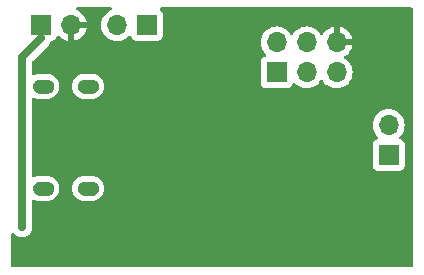
<source format=gbr>
%TF.GenerationSoftware,KiCad,Pcbnew,8.0.7*%
%TF.CreationDate,2025-01-08T21:55:33-07:00*%
%TF.ProjectId,Hat PCB,48617420-5043-4422-9e6b-696361645f70,rev?*%
%TF.SameCoordinates,Original*%
%TF.FileFunction,Copper,L2,Bot*%
%TF.FilePolarity,Positive*%
%FSLAX46Y46*%
G04 Gerber Fmt 4.6, Leading zero omitted, Abs format (unit mm)*
G04 Created by KiCad (PCBNEW 8.0.7) date 2025-01-08 21:55:33*
%MOMM*%
%LPD*%
G01*
G04 APERTURE LIST*
%TA.AperFunction,EtchedComponent*%
%ADD10C,0.010000*%
%TD*%
%TA.AperFunction,ComponentPad*%
%ADD11R,1.700000X1.700000*%
%TD*%
%TA.AperFunction,ComponentPad*%
%ADD12O,1.700000X1.700000*%
%TD*%
%TA.AperFunction,ComponentPad*%
%ADD13O,1.600000X0.800000*%
%TD*%
%TA.AperFunction,ViaPad*%
%ADD14C,0.600000*%
%TD*%
%TA.AperFunction,Conductor*%
%ADD15C,0.700000*%
%TD*%
%TA.AperFunction,Conductor*%
%ADD16C,0.200000*%
%TD*%
G04 APERTURE END LIST*
D10*
%TO.C,J3*%
X216329000Y-122771000D02*
X216357000Y-122773000D01*
X216386000Y-122777000D01*
X216414000Y-122782000D01*
X216442000Y-122789000D01*
X216470000Y-122797000D01*
X216497000Y-122807000D01*
X216524000Y-122818000D01*
X216550000Y-122830000D01*
X216575000Y-122844000D01*
X216600000Y-122859000D01*
X216623000Y-122875000D01*
X216646000Y-122893000D01*
X216668000Y-122911000D01*
X216689000Y-122931000D01*
X216709000Y-122952000D01*
X216727000Y-122974000D01*
X216745000Y-122997000D01*
X216761000Y-123020000D01*
X216776000Y-123045000D01*
X216790000Y-123070000D01*
X216802000Y-123096000D01*
X216813000Y-123123000D01*
X216823000Y-123150000D01*
X216831000Y-123178000D01*
X216838000Y-123206000D01*
X216843000Y-123234000D01*
X216847000Y-123263000D01*
X216849000Y-123291000D01*
X216850000Y-123320000D01*
X216849000Y-123349000D01*
X216847000Y-123377000D01*
X216843000Y-123406000D01*
X216838000Y-123434000D01*
X216831000Y-123462000D01*
X216823000Y-123490000D01*
X216813000Y-123517000D01*
X216802000Y-123544000D01*
X216790000Y-123570000D01*
X216776000Y-123595000D01*
X216761000Y-123620000D01*
X216745000Y-123643000D01*
X216727000Y-123666000D01*
X216709000Y-123688000D01*
X216689000Y-123709000D01*
X216668000Y-123729000D01*
X216646000Y-123747000D01*
X216623000Y-123765000D01*
X216600000Y-123781000D01*
X216575000Y-123796000D01*
X216550000Y-123810000D01*
X216524000Y-123822000D01*
X216497000Y-123833000D01*
X216470000Y-123843000D01*
X216442000Y-123851000D01*
X216414000Y-123858000D01*
X216386000Y-123863000D01*
X216357000Y-123867000D01*
X216329000Y-123869000D01*
X216300000Y-123870000D01*
X215700000Y-123870000D01*
X215671000Y-123869000D01*
X215643000Y-123867000D01*
X215614000Y-123863000D01*
X215586000Y-123858000D01*
X215558000Y-123851000D01*
X215530000Y-123843000D01*
X215503000Y-123833000D01*
X215476000Y-123822000D01*
X215450000Y-123810000D01*
X215425000Y-123796000D01*
X215400000Y-123781000D01*
X215377000Y-123765000D01*
X215354000Y-123747000D01*
X215332000Y-123729000D01*
X215311000Y-123709000D01*
X215291000Y-123688000D01*
X215273000Y-123666000D01*
X215255000Y-123643000D01*
X215239000Y-123620000D01*
X215224000Y-123595000D01*
X215210000Y-123570000D01*
X215198000Y-123544000D01*
X215187000Y-123517000D01*
X215177000Y-123490000D01*
X215169000Y-123462000D01*
X215162000Y-123434000D01*
X215157000Y-123406000D01*
X215153000Y-123377000D01*
X215151000Y-123349000D01*
X215150000Y-123320000D01*
X215151000Y-123291000D01*
X215153000Y-123263000D01*
X215157000Y-123234000D01*
X215162000Y-123206000D01*
X215169000Y-123178000D01*
X215177000Y-123150000D01*
X215187000Y-123123000D01*
X215198000Y-123096000D01*
X215210000Y-123070000D01*
X215224000Y-123045000D01*
X215239000Y-123020000D01*
X215255000Y-122997000D01*
X215273000Y-122974000D01*
X215291000Y-122952000D01*
X215311000Y-122931000D01*
X215332000Y-122911000D01*
X215354000Y-122893000D01*
X215377000Y-122875000D01*
X215400000Y-122859000D01*
X215425000Y-122844000D01*
X215450000Y-122830000D01*
X215476000Y-122818000D01*
X215503000Y-122807000D01*
X215530000Y-122797000D01*
X215558000Y-122789000D01*
X215586000Y-122782000D01*
X215614000Y-122777000D01*
X215643000Y-122773000D01*
X215671000Y-122771000D01*
X215700000Y-122770000D01*
X216300000Y-122770000D01*
X216329000Y-122771000D01*
%TA.AperFunction,EtchedComponent*%
G36*
X216329000Y-122771000D02*
G01*
X216357000Y-122773000D01*
X216386000Y-122777000D01*
X216414000Y-122782000D01*
X216442000Y-122789000D01*
X216470000Y-122797000D01*
X216497000Y-122807000D01*
X216524000Y-122818000D01*
X216550000Y-122830000D01*
X216575000Y-122844000D01*
X216600000Y-122859000D01*
X216623000Y-122875000D01*
X216646000Y-122893000D01*
X216668000Y-122911000D01*
X216689000Y-122931000D01*
X216709000Y-122952000D01*
X216727000Y-122974000D01*
X216745000Y-122997000D01*
X216761000Y-123020000D01*
X216776000Y-123045000D01*
X216790000Y-123070000D01*
X216802000Y-123096000D01*
X216813000Y-123123000D01*
X216823000Y-123150000D01*
X216831000Y-123178000D01*
X216838000Y-123206000D01*
X216843000Y-123234000D01*
X216847000Y-123263000D01*
X216849000Y-123291000D01*
X216850000Y-123320000D01*
X216849000Y-123349000D01*
X216847000Y-123377000D01*
X216843000Y-123406000D01*
X216838000Y-123434000D01*
X216831000Y-123462000D01*
X216823000Y-123490000D01*
X216813000Y-123517000D01*
X216802000Y-123544000D01*
X216790000Y-123570000D01*
X216776000Y-123595000D01*
X216761000Y-123620000D01*
X216745000Y-123643000D01*
X216727000Y-123666000D01*
X216709000Y-123688000D01*
X216689000Y-123709000D01*
X216668000Y-123729000D01*
X216646000Y-123747000D01*
X216623000Y-123765000D01*
X216600000Y-123781000D01*
X216575000Y-123796000D01*
X216550000Y-123810000D01*
X216524000Y-123822000D01*
X216497000Y-123833000D01*
X216470000Y-123843000D01*
X216442000Y-123851000D01*
X216414000Y-123858000D01*
X216386000Y-123863000D01*
X216357000Y-123867000D01*
X216329000Y-123869000D01*
X216300000Y-123870000D01*
X215700000Y-123870000D01*
X215671000Y-123869000D01*
X215643000Y-123867000D01*
X215614000Y-123863000D01*
X215586000Y-123858000D01*
X215558000Y-123851000D01*
X215530000Y-123843000D01*
X215503000Y-123833000D01*
X215476000Y-123822000D01*
X215450000Y-123810000D01*
X215425000Y-123796000D01*
X215400000Y-123781000D01*
X215377000Y-123765000D01*
X215354000Y-123747000D01*
X215332000Y-123729000D01*
X215311000Y-123709000D01*
X215291000Y-123688000D01*
X215273000Y-123666000D01*
X215255000Y-123643000D01*
X215239000Y-123620000D01*
X215224000Y-123595000D01*
X215210000Y-123570000D01*
X215198000Y-123544000D01*
X215187000Y-123517000D01*
X215177000Y-123490000D01*
X215169000Y-123462000D01*
X215162000Y-123434000D01*
X215157000Y-123406000D01*
X215153000Y-123377000D01*
X215151000Y-123349000D01*
X215150000Y-123320000D01*
X215151000Y-123291000D01*
X215153000Y-123263000D01*
X215157000Y-123234000D01*
X215162000Y-123206000D01*
X215169000Y-123178000D01*
X215177000Y-123150000D01*
X215187000Y-123123000D01*
X215198000Y-123096000D01*
X215210000Y-123070000D01*
X215224000Y-123045000D01*
X215239000Y-123020000D01*
X215255000Y-122997000D01*
X215273000Y-122974000D01*
X215291000Y-122952000D01*
X215311000Y-122931000D01*
X215332000Y-122911000D01*
X215354000Y-122893000D01*
X215377000Y-122875000D01*
X215400000Y-122859000D01*
X215425000Y-122844000D01*
X215450000Y-122830000D01*
X215476000Y-122818000D01*
X215503000Y-122807000D01*
X215530000Y-122797000D01*
X215558000Y-122789000D01*
X215586000Y-122782000D01*
X215614000Y-122777000D01*
X215643000Y-122773000D01*
X215671000Y-122771000D01*
X215700000Y-122770000D01*
X216300000Y-122770000D01*
X216329000Y-122771000D01*
G37*
%TD.AperFunction*%
X216329000Y-114131000D02*
X216357000Y-114133000D01*
X216386000Y-114137000D01*
X216414000Y-114142000D01*
X216442000Y-114149000D01*
X216470000Y-114157000D01*
X216497000Y-114167000D01*
X216524000Y-114178000D01*
X216550000Y-114190000D01*
X216575000Y-114204000D01*
X216600000Y-114219000D01*
X216623000Y-114235000D01*
X216646000Y-114253000D01*
X216668000Y-114271000D01*
X216689000Y-114291000D01*
X216709000Y-114312000D01*
X216727000Y-114334000D01*
X216745000Y-114357000D01*
X216761000Y-114380000D01*
X216776000Y-114405000D01*
X216790000Y-114430000D01*
X216802000Y-114456000D01*
X216813000Y-114483000D01*
X216823000Y-114510000D01*
X216831000Y-114538000D01*
X216838000Y-114566000D01*
X216843000Y-114594000D01*
X216847000Y-114623000D01*
X216849000Y-114651000D01*
X216850000Y-114680000D01*
X216849000Y-114709000D01*
X216847000Y-114737000D01*
X216843000Y-114766000D01*
X216838000Y-114794000D01*
X216831000Y-114822000D01*
X216823000Y-114850000D01*
X216813000Y-114877000D01*
X216802000Y-114904000D01*
X216790000Y-114930000D01*
X216776000Y-114955000D01*
X216761000Y-114980000D01*
X216745000Y-115003000D01*
X216727000Y-115026000D01*
X216709000Y-115048000D01*
X216689000Y-115069000D01*
X216668000Y-115089000D01*
X216646000Y-115107000D01*
X216623000Y-115125000D01*
X216600000Y-115141000D01*
X216575000Y-115156000D01*
X216550000Y-115170000D01*
X216524000Y-115182000D01*
X216497000Y-115193000D01*
X216470000Y-115203000D01*
X216442000Y-115211000D01*
X216414000Y-115218000D01*
X216386000Y-115223000D01*
X216357000Y-115227000D01*
X216329000Y-115229000D01*
X216300000Y-115230000D01*
X215700000Y-115230000D01*
X215671000Y-115229000D01*
X215643000Y-115227000D01*
X215614000Y-115223000D01*
X215586000Y-115218000D01*
X215558000Y-115211000D01*
X215530000Y-115203000D01*
X215503000Y-115193000D01*
X215476000Y-115182000D01*
X215450000Y-115170000D01*
X215425000Y-115156000D01*
X215400000Y-115141000D01*
X215377000Y-115125000D01*
X215354000Y-115107000D01*
X215332000Y-115089000D01*
X215311000Y-115069000D01*
X215291000Y-115048000D01*
X215273000Y-115026000D01*
X215255000Y-115003000D01*
X215239000Y-114980000D01*
X215224000Y-114955000D01*
X215210000Y-114930000D01*
X215198000Y-114904000D01*
X215187000Y-114877000D01*
X215177000Y-114850000D01*
X215169000Y-114822000D01*
X215162000Y-114794000D01*
X215157000Y-114766000D01*
X215153000Y-114737000D01*
X215151000Y-114709000D01*
X215150000Y-114680000D01*
X215151000Y-114651000D01*
X215153000Y-114623000D01*
X215157000Y-114594000D01*
X215162000Y-114566000D01*
X215169000Y-114538000D01*
X215177000Y-114510000D01*
X215187000Y-114483000D01*
X215198000Y-114456000D01*
X215210000Y-114430000D01*
X215224000Y-114405000D01*
X215239000Y-114380000D01*
X215255000Y-114357000D01*
X215273000Y-114334000D01*
X215291000Y-114312000D01*
X215311000Y-114291000D01*
X215332000Y-114271000D01*
X215354000Y-114253000D01*
X215377000Y-114235000D01*
X215400000Y-114219000D01*
X215425000Y-114204000D01*
X215450000Y-114190000D01*
X215476000Y-114178000D01*
X215503000Y-114167000D01*
X215530000Y-114157000D01*
X215558000Y-114149000D01*
X215586000Y-114142000D01*
X215614000Y-114137000D01*
X215643000Y-114133000D01*
X215671000Y-114131000D01*
X215700000Y-114130000D01*
X216300000Y-114130000D01*
X216329000Y-114131000D01*
%TA.AperFunction,EtchedComponent*%
G36*
X216329000Y-114131000D02*
G01*
X216357000Y-114133000D01*
X216386000Y-114137000D01*
X216414000Y-114142000D01*
X216442000Y-114149000D01*
X216470000Y-114157000D01*
X216497000Y-114167000D01*
X216524000Y-114178000D01*
X216550000Y-114190000D01*
X216575000Y-114204000D01*
X216600000Y-114219000D01*
X216623000Y-114235000D01*
X216646000Y-114253000D01*
X216668000Y-114271000D01*
X216689000Y-114291000D01*
X216709000Y-114312000D01*
X216727000Y-114334000D01*
X216745000Y-114357000D01*
X216761000Y-114380000D01*
X216776000Y-114405000D01*
X216790000Y-114430000D01*
X216802000Y-114456000D01*
X216813000Y-114483000D01*
X216823000Y-114510000D01*
X216831000Y-114538000D01*
X216838000Y-114566000D01*
X216843000Y-114594000D01*
X216847000Y-114623000D01*
X216849000Y-114651000D01*
X216850000Y-114680000D01*
X216849000Y-114709000D01*
X216847000Y-114737000D01*
X216843000Y-114766000D01*
X216838000Y-114794000D01*
X216831000Y-114822000D01*
X216823000Y-114850000D01*
X216813000Y-114877000D01*
X216802000Y-114904000D01*
X216790000Y-114930000D01*
X216776000Y-114955000D01*
X216761000Y-114980000D01*
X216745000Y-115003000D01*
X216727000Y-115026000D01*
X216709000Y-115048000D01*
X216689000Y-115069000D01*
X216668000Y-115089000D01*
X216646000Y-115107000D01*
X216623000Y-115125000D01*
X216600000Y-115141000D01*
X216575000Y-115156000D01*
X216550000Y-115170000D01*
X216524000Y-115182000D01*
X216497000Y-115193000D01*
X216470000Y-115203000D01*
X216442000Y-115211000D01*
X216414000Y-115218000D01*
X216386000Y-115223000D01*
X216357000Y-115227000D01*
X216329000Y-115229000D01*
X216300000Y-115230000D01*
X215700000Y-115230000D01*
X215671000Y-115229000D01*
X215643000Y-115227000D01*
X215614000Y-115223000D01*
X215586000Y-115218000D01*
X215558000Y-115211000D01*
X215530000Y-115203000D01*
X215503000Y-115193000D01*
X215476000Y-115182000D01*
X215450000Y-115170000D01*
X215425000Y-115156000D01*
X215400000Y-115141000D01*
X215377000Y-115125000D01*
X215354000Y-115107000D01*
X215332000Y-115089000D01*
X215311000Y-115069000D01*
X215291000Y-115048000D01*
X215273000Y-115026000D01*
X215255000Y-115003000D01*
X215239000Y-114980000D01*
X215224000Y-114955000D01*
X215210000Y-114930000D01*
X215198000Y-114904000D01*
X215187000Y-114877000D01*
X215177000Y-114850000D01*
X215169000Y-114822000D01*
X215162000Y-114794000D01*
X215157000Y-114766000D01*
X215153000Y-114737000D01*
X215151000Y-114709000D01*
X215150000Y-114680000D01*
X215151000Y-114651000D01*
X215153000Y-114623000D01*
X215157000Y-114594000D01*
X215162000Y-114566000D01*
X215169000Y-114538000D01*
X215177000Y-114510000D01*
X215187000Y-114483000D01*
X215198000Y-114456000D01*
X215210000Y-114430000D01*
X215224000Y-114405000D01*
X215239000Y-114380000D01*
X215255000Y-114357000D01*
X215273000Y-114334000D01*
X215291000Y-114312000D01*
X215311000Y-114291000D01*
X215332000Y-114271000D01*
X215354000Y-114253000D01*
X215377000Y-114235000D01*
X215400000Y-114219000D01*
X215425000Y-114204000D01*
X215450000Y-114190000D01*
X215476000Y-114178000D01*
X215503000Y-114167000D01*
X215530000Y-114157000D01*
X215558000Y-114149000D01*
X215586000Y-114142000D01*
X215614000Y-114137000D01*
X215643000Y-114133000D01*
X215671000Y-114131000D01*
X215700000Y-114130000D01*
X216300000Y-114130000D01*
X216329000Y-114131000D01*
G37*
%TD.AperFunction*%
X212529000Y-122771000D02*
X212557000Y-122773000D01*
X212586000Y-122777000D01*
X212614000Y-122782000D01*
X212642000Y-122789000D01*
X212670000Y-122797000D01*
X212697000Y-122807000D01*
X212724000Y-122818000D01*
X212750000Y-122830000D01*
X212775000Y-122844000D01*
X212800000Y-122859000D01*
X212823000Y-122875000D01*
X212846000Y-122893000D01*
X212868000Y-122911000D01*
X212889000Y-122931000D01*
X212909000Y-122952000D01*
X212927000Y-122974000D01*
X212945000Y-122997000D01*
X212961000Y-123020000D01*
X212976000Y-123045000D01*
X212990000Y-123070000D01*
X213002000Y-123096000D01*
X213013000Y-123123000D01*
X213023000Y-123150000D01*
X213031000Y-123178000D01*
X213038000Y-123206000D01*
X213043000Y-123234000D01*
X213047000Y-123263000D01*
X213049000Y-123291000D01*
X213050000Y-123320000D01*
X213049000Y-123349000D01*
X213047000Y-123377000D01*
X213043000Y-123406000D01*
X213038000Y-123434000D01*
X213031000Y-123462000D01*
X213023000Y-123490000D01*
X213013000Y-123517000D01*
X213002000Y-123544000D01*
X212990000Y-123570000D01*
X212976000Y-123595000D01*
X212961000Y-123620000D01*
X212945000Y-123643000D01*
X212927000Y-123666000D01*
X212909000Y-123688000D01*
X212889000Y-123709000D01*
X212868000Y-123729000D01*
X212846000Y-123747000D01*
X212823000Y-123765000D01*
X212800000Y-123781000D01*
X212775000Y-123796000D01*
X212750000Y-123810000D01*
X212724000Y-123822000D01*
X212697000Y-123833000D01*
X212670000Y-123843000D01*
X212642000Y-123851000D01*
X212614000Y-123858000D01*
X212586000Y-123863000D01*
X212557000Y-123867000D01*
X212529000Y-123869000D01*
X212500000Y-123870000D01*
X211900000Y-123870000D01*
X211871000Y-123869000D01*
X211843000Y-123867000D01*
X211814000Y-123863000D01*
X211786000Y-123858000D01*
X211758000Y-123851000D01*
X211730000Y-123843000D01*
X211703000Y-123833000D01*
X211676000Y-123822000D01*
X211650000Y-123810000D01*
X211625000Y-123796000D01*
X211600000Y-123781000D01*
X211577000Y-123765000D01*
X211554000Y-123747000D01*
X211532000Y-123729000D01*
X211511000Y-123709000D01*
X211491000Y-123688000D01*
X211473000Y-123666000D01*
X211455000Y-123643000D01*
X211439000Y-123620000D01*
X211424000Y-123595000D01*
X211410000Y-123570000D01*
X211398000Y-123544000D01*
X211387000Y-123517000D01*
X211377000Y-123490000D01*
X211369000Y-123462000D01*
X211362000Y-123434000D01*
X211357000Y-123406000D01*
X211353000Y-123377000D01*
X211351000Y-123349000D01*
X211350000Y-123320000D01*
X211351000Y-123291000D01*
X211353000Y-123263000D01*
X211357000Y-123234000D01*
X211362000Y-123206000D01*
X211369000Y-123178000D01*
X211377000Y-123150000D01*
X211387000Y-123123000D01*
X211398000Y-123096000D01*
X211410000Y-123070000D01*
X211424000Y-123045000D01*
X211439000Y-123020000D01*
X211455000Y-122997000D01*
X211473000Y-122974000D01*
X211491000Y-122952000D01*
X211511000Y-122931000D01*
X211532000Y-122911000D01*
X211554000Y-122893000D01*
X211577000Y-122875000D01*
X211600000Y-122859000D01*
X211625000Y-122844000D01*
X211650000Y-122830000D01*
X211676000Y-122818000D01*
X211703000Y-122807000D01*
X211730000Y-122797000D01*
X211758000Y-122789000D01*
X211786000Y-122782000D01*
X211814000Y-122777000D01*
X211843000Y-122773000D01*
X211871000Y-122771000D01*
X211900000Y-122770000D01*
X212500000Y-122770000D01*
X212529000Y-122771000D01*
%TA.AperFunction,EtchedComponent*%
G36*
X212529000Y-122771000D02*
G01*
X212557000Y-122773000D01*
X212586000Y-122777000D01*
X212614000Y-122782000D01*
X212642000Y-122789000D01*
X212670000Y-122797000D01*
X212697000Y-122807000D01*
X212724000Y-122818000D01*
X212750000Y-122830000D01*
X212775000Y-122844000D01*
X212800000Y-122859000D01*
X212823000Y-122875000D01*
X212846000Y-122893000D01*
X212868000Y-122911000D01*
X212889000Y-122931000D01*
X212909000Y-122952000D01*
X212927000Y-122974000D01*
X212945000Y-122997000D01*
X212961000Y-123020000D01*
X212976000Y-123045000D01*
X212990000Y-123070000D01*
X213002000Y-123096000D01*
X213013000Y-123123000D01*
X213023000Y-123150000D01*
X213031000Y-123178000D01*
X213038000Y-123206000D01*
X213043000Y-123234000D01*
X213047000Y-123263000D01*
X213049000Y-123291000D01*
X213050000Y-123320000D01*
X213049000Y-123349000D01*
X213047000Y-123377000D01*
X213043000Y-123406000D01*
X213038000Y-123434000D01*
X213031000Y-123462000D01*
X213023000Y-123490000D01*
X213013000Y-123517000D01*
X213002000Y-123544000D01*
X212990000Y-123570000D01*
X212976000Y-123595000D01*
X212961000Y-123620000D01*
X212945000Y-123643000D01*
X212927000Y-123666000D01*
X212909000Y-123688000D01*
X212889000Y-123709000D01*
X212868000Y-123729000D01*
X212846000Y-123747000D01*
X212823000Y-123765000D01*
X212800000Y-123781000D01*
X212775000Y-123796000D01*
X212750000Y-123810000D01*
X212724000Y-123822000D01*
X212697000Y-123833000D01*
X212670000Y-123843000D01*
X212642000Y-123851000D01*
X212614000Y-123858000D01*
X212586000Y-123863000D01*
X212557000Y-123867000D01*
X212529000Y-123869000D01*
X212500000Y-123870000D01*
X211900000Y-123870000D01*
X211871000Y-123869000D01*
X211843000Y-123867000D01*
X211814000Y-123863000D01*
X211786000Y-123858000D01*
X211758000Y-123851000D01*
X211730000Y-123843000D01*
X211703000Y-123833000D01*
X211676000Y-123822000D01*
X211650000Y-123810000D01*
X211625000Y-123796000D01*
X211600000Y-123781000D01*
X211577000Y-123765000D01*
X211554000Y-123747000D01*
X211532000Y-123729000D01*
X211511000Y-123709000D01*
X211491000Y-123688000D01*
X211473000Y-123666000D01*
X211455000Y-123643000D01*
X211439000Y-123620000D01*
X211424000Y-123595000D01*
X211410000Y-123570000D01*
X211398000Y-123544000D01*
X211387000Y-123517000D01*
X211377000Y-123490000D01*
X211369000Y-123462000D01*
X211362000Y-123434000D01*
X211357000Y-123406000D01*
X211353000Y-123377000D01*
X211351000Y-123349000D01*
X211350000Y-123320000D01*
X211351000Y-123291000D01*
X211353000Y-123263000D01*
X211357000Y-123234000D01*
X211362000Y-123206000D01*
X211369000Y-123178000D01*
X211377000Y-123150000D01*
X211387000Y-123123000D01*
X211398000Y-123096000D01*
X211410000Y-123070000D01*
X211424000Y-123045000D01*
X211439000Y-123020000D01*
X211455000Y-122997000D01*
X211473000Y-122974000D01*
X211491000Y-122952000D01*
X211511000Y-122931000D01*
X211532000Y-122911000D01*
X211554000Y-122893000D01*
X211577000Y-122875000D01*
X211600000Y-122859000D01*
X211625000Y-122844000D01*
X211650000Y-122830000D01*
X211676000Y-122818000D01*
X211703000Y-122807000D01*
X211730000Y-122797000D01*
X211758000Y-122789000D01*
X211786000Y-122782000D01*
X211814000Y-122777000D01*
X211843000Y-122773000D01*
X211871000Y-122771000D01*
X211900000Y-122770000D01*
X212500000Y-122770000D01*
X212529000Y-122771000D01*
G37*
%TD.AperFunction*%
X212529000Y-114131000D02*
X212557000Y-114133000D01*
X212586000Y-114137000D01*
X212614000Y-114142000D01*
X212642000Y-114149000D01*
X212670000Y-114157000D01*
X212697000Y-114167000D01*
X212724000Y-114178000D01*
X212750000Y-114190000D01*
X212775000Y-114204000D01*
X212800000Y-114219000D01*
X212823000Y-114235000D01*
X212846000Y-114253000D01*
X212868000Y-114271000D01*
X212889000Y-114291000D01*
X212909000Y-114312000D01*
X212927000Y-114334000D01*
X212945000Y-114357000D01*
X212961000Y-114380000D01*
X212976000Y-114405000D01*
X212990000Y-114430000D01*
X213002000Y-114456000D01*
X213013000Y-114483000D01*
X213023000Y-114510000D01*
X213031000Y-114538000D01*
X213038000Y-114566000D01*
X213043000Y-114594000D01*
X213047000Y-114623000D01*
X213049000Y-114651000D01*
X213050000Y-114680000D01*
X213049000Y-114709000D01*
X213047000Y-114737000D01*
X213043000Y-114766000D01*
X213038000Y-114794000D01*
X213031000Y-114822000D01*
X213023000Y-114850000D01*
X213013000Y-114877000D01*
X213002000Y-114904000D01*
X212990000Y-114930000D01*
X212976000Y-114955000D01*
X212961000Y-114980000D01*
X212945000Y-115003000D01*
X212927000Y-115026000D01*
X212909000Y-115048000D01*
X212889000Y-115069000D01*
X212868000Y-115089000D01*
X212846000Y-115107000D01*
X212823000Y-115125000D01*
X212800000Y-115141000D01*
X212775000Y-115156000D01*
X212750000Y-115170000D01*
X212724000Y-115182000D01*
X212697000Y-115193000D01*
X212670000Y-115203000D01*
X212642000Y-115211000D01*
X212614000Y-115218000D01*
X212586000Y-115223000D01*
X212557000Y-115227000D01*
X212529000Y-115229000D01*
X212500000Y-115230000D01*
X211900000Y-115230000D01*
X211871000Y-115229000D01*
X211843000Y-115227000D01*
X211814000Y-115223000D01*
X211786000Y-115218000D01*
X211758000Y-115211000D01*
X211730000Y-115203000D01*
X211703000Y-115193000D01*
X211676000Y-115182000D01*
X211650000Y-115170000D01*
X211625000Y-115156000D01*
X211600000Y-115141000D01*
X211577000Y-115125000D01*
X211554000Y-115107000D01*
X211532000Y-115089000D01*
X211511000Y-115069000D01*
X211491000Y-115048000D01*
X211473000Y-115026000D01*
X211455000Y-115003000D01*
X211439000Y-114980000D01*
X211424000Y-114955000D01*
X211410000Y-114930000D01*
X211398000Y-114904000D01*
X211387000Y-114877000D01*
X211377000Y-114850000D01*
X211369000Y-114822000D01*
X211362000Y-114794000D01*
X211357000Y-114766000D01*
X211353000Y-114737000D01*
X211351000Y-114709000D01*
X211350000Y-114680000D01*
X211351000Y-114651000D01*
X211353000Y-114623000D01*
X211357000Y-114594000D01*
X211362000Y-114566000D01*
X211369000Y-114538000D01*
X211377000Y-114510000D01*
X211387000Y-114483000D01*
X211398000Y-114456000D01*
X211410000Y-114430000D01*
X211424000Y-114405000D01*
X211439000Y-114380000D01*
X211455000Y-114357000D01*
X211473000Y-114334000D01*
X211491000Y-114312000D01*
X211511000Y-114291000D01*
X211532000Y-114271000D01*
X211554000Y-114253000D01*
X211577000Y-114235000D01*
X211600000Y-114219000D01*
X211625000Y-114204000D01*
X211650000Y-114190000D01*
X211676000Y-114178000D01*
X211703000Y-114167000D01*
X211730000Y-114157000D01*
X211758000Y-114149000D01*
X211786000Y-114142000D01*
X211814000Y-114137000D01*
X211843000Y-114133000D01*
X211871000Y-114131000D01*
X211900000Y-114130000D01*
X212500000Y-114130000D01*
X212529000Y-114131000D01*
%TA.AperFunction,EtchedComponent*%
G36*
X212529000Y-114131000D02*
G01*
X212557000Y-114133000D01*
X212586000Y-114137000D01*
X212614000Y-114142000D01*
X212642000Y-114149000D01*
X212670000Y-114157000D01*
X212697000Y-114167000D01*
X212724000Y-114178000D01*
X212750000Y-114190000D01*
X212775000Y-114204000D01*
X212800000Y-114219000D01*
X212823000Y-114235000D01*
X212846000Y-114253000D01*
X212868000Y-114271000D01*
X212889000Y-114291000D01*
X212909000Y-114312000D01*
X212927000Y-114334000D01*
X212945000Y-114357000D01*
X212961000Y-114380000D01*
X212976000Y-114405000D01*
X212990000Y-114430000D01*
X213002000Y-114456000D01*
X213013000Y-114483000D01*
X213023000Y-114510000D01*
X213031000Y-114538000D01*
X213038000Y-114566000D01*
X213043000Y-114594000D01*
X213047000Y-114623000D01*
X213049000Y-114651000D01*
X213050000Y-114680000D01*
X213049000Y-114709000D01*
X213047000Y-114737000D01*
X213043000Y-114766000D01*
X213038000Y-114794000D01*
X213031000Y-114822000D01*
X213023000Y-114850000D01*
X213013000Y-114877000D01*
X213002000Y-114904000D01*
X212990000Y-114930000D01*
X212976000Y-114955000D01*
X212961000Y-114980000D01*
X212945000Y-115003000D01*
X212927000Y-115026000D01*
X212909000Y-115048000D01*
X212889000Y-115069000D01*
X212868000Y-115089000D01*
X212846000Y-115107000D01*
X212823000Y-115125000D01*
X212800000Y-115141000D01*
X212775000Y-115156000D01*
X212750000Y-115170000D01*
X212724000Y-115182000D01*
X212697000Y-115193000D01*
X212670000Y-115203000D01*
X212642000Y-115211000D01*
X212614000Y-115218000D01*
X212586000Y-115223000D01*
X212557000Y-115227000D01*
X212529000Y-115229000D01*
X212500000Y-115230000D01*
X211900000Y-115230000D01*
X211871000Y-115229000D01*
X211843000Y-115227000D01*
X211814000Y-115223000D01*
X211786000Y-115218000D01*
X211758000Y-115211000D01*
X211730000Y-115203000D01*
X211703000Y-115193000D01*
X211676000Y-115182000D01*
X211650000Y-115170000D01*
X211625000Y-115156000D01*
X211600000Y-115141000D01*
X211577000Y-115125000D01*
X211554000Y-115107000D01*
X211532000Y-115089000D01*
X211511000Y-115069000D01*
X211491000Y-115048000D01*
X211473000Y-115026000D01*
X211455000Y-115003000D01*
X211439000Y-114980000D01*
X211424000Y-114955000D01*
X211410000Y-114930000D01*
X211398000Y-114904000D01*
X211387000Y-114877000D01*
X211377000Y-114850000D01*
X211369000Y-114822000D01*
X211362000Y-114794000D01*
X211357000Y-114766000D01*
X211353000Y-114737000D01*
X211351000Y-114709000D01*
X211350000Y-114680000D01*
X211351000Y-114651000D01*
X211353000Y-114623000D01*
X211357000Y-114594000D01*
X211362000Y-114566000D01*
X211369000Y-114538000D01*
X211377000Y-114510000D01*
X211387000Y-114483000D01*
X211398000Y-114456000D01*
X211410000Y-114430000D01*
X211424000Y-114405000D01*
X211439000Y-114380000D01*
X211455000Y-114357000D01*
X211473000Y-114334000D01*
X211491000Y-114312000D01*
X211511000Y-114291000D01*
X211532000Y-114271000D01*
X211554000Y-114253000D01*
X211577000Y-114235000D01*
X211600000Y-114219000D01*
X211625000Y-114204000D01*
X211650000Y-114190000D01*
X211676000Y-114178000D01*
X211703000Y-114167000D01*
X211730000Y-114157000D01*
X211758000Y-114149000D01*
X211786000Y-114142000D01*
X211814000Y-114137000D01*
X211843000Y-114133000D01*
X211871000Y-114131000D01*
X211900000Y-114130000D01*
X212500000Y-114130000D01*
X212529000Y-114131000D01*
G37*
%TD.AperFunction*%
%TD*%
D11*
%TO.P,J5,1,Pin_1*%
%TO.N,Net-(D2-A)*%
X221000000Y-109500000D03*
D12*
%TO.P,J5,2,Pin_2*%
%TO.N,VCC*%
X218460000Y-109500000D03*
%TD*%
D11*
%TO.P,J4,1,Pin_1*%
%TO.N,Net-(J4-Pin_1)*%
X231960000Y-113500000D03*
D12*
%TO.P,J4,2,Pin_2*%
%TO.N,VCC*%
X231960000Y-110960000D03*
%TO.P,J4,3,Pin_3*%
%TO.N,Net-(J4-Pin_3)*%
X234500000Y-113500000D03*
%TO.P,J4,4,Pin_4*%
%TO.N,Net-(J4-Pin_4)*%
X234500000Y-110960000D03*
%TO.P,J4,5,Pin_5*%
%TO.N,Net-(J4-Pin_5)*%
X237040000Y-113500000D03*
%TO.P,J4,6,Pin_6*%
%TO.N,GND*%
X237040000Y-110960000D03*
%TD*%
D13*
%TO.P,J3,S4,SHIELD*%
%TO.N,unconnected-(J3-SHIELD-PadS1)_1*%
X212200000Y-123320000D03*
%TO.P,J3,S3,SHIELD*%
%TO.N,unconnected-(J3-SHIELD-PadS1)_3*%
X212200000Y-114680000D03*
%TO.P,J3,S2,SHIELD*%
%TO.N,unconnected-(J3-SHIELD-PadS1)_2*%
X216000000Y-123320000D03*
%TO.P,J3,S1,SHIELD*%
%TO.N,unconnected-(J3-SHIELD-PadS1)*%
X216000000Y-114680000D03*
%TD*%
D11*
%TO.P,J2,1,Pin_1*%
%TO.N,Net-(J2-Pin_1)*%
X241450000Y-120500000D03*
D12*
%TO.P,J2,2,Pin_2*%
%TO.N,Net-(J2-Pin_2)*%
X241450000Y-117960000D03*
%TD*%
D11*
%TO.P,J1,1,Pin_1*%
%TO.N,Net-(J1-Pin_1)*%
X212000000Y-109500000D03*
D12*
%TO.P,J1,2,Pin_2*%
%TO.N,GND*%
X214540000Y-109500000D03*
%TD*%
D14*
%TO.N,GND*%
X217500000Y-125000000D03*
%TO.N,Net-(J1-Pin_1)*%
X210421700Y-126625000D03*
%TO.N,GND*%
X233270200Y-123954200D03*
X215482200Y-113216200D03*
X221136200Y-126363800D03*
X217139800Y-121441000D03*
X217156400Y-116474700D03*
X225473900Y-108635900D03*
X223725600Y-112125600D03*
X223194900Y-116949500D03*
X238850000Y-118051700D03*
X220300000Y-122076900D03*
X235330800Y-117150000D03*
%TD*%
D15*
%TO.N,Net-(J1-Pin_1)*%
X210421700Y-112180000D02*
X212000000Y-110601700D01*
X210421700Y-126625000D02*
X210421700Y-112180000D01*
D16*
X212000000Y-109500000D02*
X212000000Y-110601700D01*
%TD*%
%TA.AperFunction,Conductor*%
%TO.N,GND*%
G36*
X217987843Y-108020185D02*
G01*
X218033598Y-108072989D01*
X218043542Y-108142147D01*
X218014517Y-108205703D01*
X217973209Y-108236882D01*
X217782171Y-108325964D01*
X217782169Y-108325965D01*
X217588597Y-108461505D01*
X217421505Y-108628597D01*
X217285965Y-108822169D01*
X217285964Y-108822171D01*
X217186098Y-109036335D01*
X217186094Y-109036344D01*
X217124938Y-109264586D01*
X217124936Y-109264596D01*
X217104341Y-109499999D01*
X217104341Y-109500000D01*
X217124936Y-109735403D01*
X217124938Y-109735413D01*
X217186094Y-109963655D01*
X217186096Y-109963659D01*
X217186097Y-109963663D01*
X217244508Y-110088926D01*
X217285965Y-110177830D01*
X217285967Y-110177834D01*
X217389303Y-110325412D01*
X217421505Y-110371401D01*
X217588599Y-110538495D01*
X217685384Y-110606265D01*
X217782165Y-110674032D01*
X217782167Y-110674033D01*
X217782170Y-110674035D01*
X217996337Y-110773903D01*
X218224592Y-110835063D01*
X218405080Y-110850854D01*
X218459999Y-110855659D01*
X218460000Y-110855659D01*
X218460001Y-110855659D01*
X218514920Y-110850854D01*
X218695408Y-110835063D01*
X218923663Y-110773903D01*
X219137830Y-110674035D01*
X219331401Y-110538495D01*
X219453329Y-110416566D01*
X219514648Y-110383084D01*
X219584340Y-110388068D01*
X219640274Y-110429939D01*
X219657189Y-110460917D01*
X219706202Y-110592328D01*
X219706206Y-110592335D01*
X219792452Y-110707544D01*
X219792455Y-110707547D01*
X219907664Y-110793793D01*
X219907671Y-110793797D01*
X220042517Y-110844091D01*
X220042516Y-110844091D01*
X220049444Y-110844835D01*
X220102127Y-110850500D01*
X221897872Y-110850499D01*
X221957483Y-110844091D01*
X222092331Y-110793796D01*
X222207546Y-110707546D01*
X222293796Y-110592331D01*
X222344091Y-110457483D01*
X222350500Y-110397873D01*
X222350499Y-108602128D01*
X222344091Y-108542517D01*
X222343002Y-108539598D01*
X222293797Y-108407671D01*
X222293793Y-108407664D01*
X222207547Y-108292455D01*
X222207544Y-108292452D01*
X222115792Y-108223766D01*
X222073921Y-108167832D01*
X222068937Y-108098141D01*
X222102423Y-108036818D01*
X222163746Y-108003334D01*
X222190103Y-108000500D01*
X243375500Y-108000500D01*
X243442539Y-108020185D01*
X243488294Y-108072989D01*
X243499500Y-108124500D01*
X243499500Y-129875500D01*
X243479815Y-129942539D01*
X243427011Y-129988294D01*
X243375500Y-129999500D01*
X209624500Y-129999500D01*
X209557461Y-129979815D01*
X209511706Y-129927011D01*
X209500500Y-129875500D01*
X209500500Y-127185958D01*
X209520185Y-127118919D01*
X209572989Y-127073164D01*
X209642147Y-127063220D01*
X209705703Y-127092245D01*
X209727599Y-127117063D01*
X209751809Y-127153296D01*
X209761075Y-127167164D01*
X209879537Y-127285626D01*
X209972194Y-127347537D01*
X210018837Y-127378703D01*
X210173618Y-127442816D01*
X210337928Y-127475499D01*
X210337932Y-127475500D01*
X210337933Y-127475500D01*
X210505468Y-127475500D01*
X210505469Y-127475499D01*
X210669782Y-127442816D01*
X210824563Y-127378703D01*
X210963862Y-127285626D01*
X211082326Y-127167162D01*
X211175403Y-127027863D01*
X211239516Y-126873082D01*
X211272200Y-126708767D01*
X211272200Y-124391681D01*
X211291885Y-124324642D01*
X211344689Y-124278887D01*
X211413847Y-124268943D01*
X211448161Y-124279093D01*
X211462071Y-124285513D01*
X211479836Y-124293227D01*
X211483392Y-124294771D01*
X211510424Y-124305784D01*
X211525664Y-124311709D01*
X211525687Y-124311717D01*
X211525696Y-124311721D01*
X211552696Y-124321721D01*
X211589755Y-124333858D01*
X211589769Y-124333862D01*
X211617773Y-124341864D01*
X211632333Y-124345761D01*
X211634186Y-124346258D01*
X211662186Y-124353258D01*
X211696259Y-124360550D01*
X211724259Y-124365550D01*
X211744247Y-124368712D01*
X211773247Y-124372712D01*
X211806628Y-124376203D01*
X211834628Y-124378203D01*
X211853407Y-124379197D01*
X211882407Y-124380197D01*
X211900000Y-124380500D01*
X211900024Y-124380500D01*
X212499976Y-124380500D01*
X212500000Y-124380500D01*
X212517593Y-124380197D01*
X212546593Y-124379197D01*
X212565372Y-124378203D01*
X212593372Y-124376203D01*
X212626753Y-124372712D01*
X212655753Y-124368712D01*
X212675741Y-124365550D01*
X212703741Y-124360550D01*
X212737814Y-124353258D01*
X212765814Y-124346258D01*
X212770970Y-124344877D01*
X212782226Y-124341864D01*
X212800895Y-124336529D01*
X212810245Y-124333858D01*
X212847304Y-124321721D01*
X212874304Y-124311721D01*
X212874335Y-124311709D01*
X212889575Y-124305784D01*
X212889596Y-124305775D01*
X212889610Y-124305770D01*
X212916610Y-124294770D01*
X212937929Y-124285513D01*
X212963929Y-124273513D01*
X212981249Y-124264683D01*
X212999423Y-124255419D01*
X213024448Y-124241405D01*
X213037617Y-124233769D01*
X213037650Y-124233750D01*
X213062650Y-124218750D01*
X213091528Y-124200072D01*
X213114528Y-124184072D01*
X213137625Y-124167021D01*
X213160625Y-124149021D01*
X213169268Y-124142105D01*
X213191268Y-124124105D01*
X213220069Y-124098672D01*
X213241069Y-124078672D01*
X213258672Y-124061069D01*
X213278672Y-124040069D01*
X213304105Y-124011268D01*
X213322105Y-123989268D01*
X213329021Y-123980625D01*
X213347021Y-123957625D01*
X213364072Y-123934528D01*
X213380072Y-123911528D01*
X213398750Y-123882650D01*
X213413750Y-123857650D01*
X213421414Y-123844432D01*
X213435414Y-123819432D01*
X213453513Y-123783929D01*
X213465513Y-123757929D01*
X213474770Y-123736610D01*
X213485770Y-123709610D01*
X213491721Y-123694304D01*
X213501721Y-123667304D01*
X213513858Y-123630245D01*
X213516529Y-123620895D01*
X213521864Y-123602226D01*
X213526253Y-123585834D01*
X213526258Y-123585814D01*
X213533258Y-123557814D01*
X213540550Y-123523741D01*
X213545550Y-123495741D01*
X213548712Y-123475753D01*
X213552712Y-123446753D01*
X213556203Y-123413372D01*
X213558203Y-123385372D01*
X213559197Y-123366593D01*
X213560197Y-123337593D01*
X213560197Y-123302407D01*
X213560197Y-123302397D01*
X214639803Y-123302397D01*
X214639803Y-123302407D01*
X214639803Y-123337593D01*
X214640803Y-123366593D01*
X214641797Y-123385372D01*
X214641799Y-123385399D01*
X214643796Y-123413371D01*
X214647289Y-123446759D01*
X214651285Y-123475738D01*
X214654449Y-123495735D01*
X214659452Y-123523752D01*
X214666739Y-123557800D01*
X214673747Y-123585834D01*
X214678135Y-123602226D01*
X214686137Y-123630230D01*
X214698280Y-123667308D01*
X214708290Y-123694335D01*
X214714215Y-123709575D01*
X214725228Y-123736607D01*
X214734491Y-123757938D01*
X214746492Y-123783940D01*
X214764580Y-123819423D01*
X214778594Y-123844448D01*
X214786230Y-123857617D01*
X214786250Y-123857650D01*
X214801250Y-123882650D01*
X214819928Y-123911528D01*
X214831932Y-123928783D01*
X214835934Y-123934537D01*
X214852980Y-123957626D01*
X214870958Y-123980599D01*
X214877928Y-123989309D01*
X214888704Y-124002479D01*
X214895895Y-124011268D01*
X214909955Y-124027190D01*
X214921329Y-124040071D01*
X214941329Y-124061070D01*
X214958929Y-124078670D01*
X214979928Y-124098670D01*
X214990842Y-124108307D01*
X215008732Y-124124105D01*
X215021910Y-124134887D01*
X215030690Y-124142071D01*
X215039400Y-124149041D01*
X215050886Y-124158030D01*
X215062375Y-124167021D01*
X215072200Y-124174274D01*
X215085462Y-124184065D01*
X215085470Y-124184071D01*
X215085472Y-124184072D01*
X215108472Y-124200072D01*
X215137350Y-124218750D01*
X215162350Y-124233750D01*
X215162382Y-124233769D01*
X215175551Y-124241405D01*
X215200576Y-124255419D01*
X215227106Y-124268943D01*
X215236071Y-124273513D01*
X215262071Y-124285513D01*
X215279836Y-124293227D01*
X215283392Y-124294771D01*
X215310424Y-124305784D01*
X215325664Y-124311709D01*
X215325687Y-124311717D01*
X215325696Y-124311721D01*
X215352696Y-124321721D01*
X215389755Y-124333858D01*
X215389769Y-124333862D01*
X215417773Y-124341864D01*
X215432333Y-124345761D01*
X215434186Y-124346258D01*
X215462186Y-124353258D01*
X215496259Y-124360550D01*
X215524259Y-124365550D01*
X215544247Y-124368712D01*
X215573247Y-124372712D01*
X215606628Y-124376203D01*
X215634628Y-124378203D01*
X215653407Y-124379197D01*
X215682407Y-124380197D01*
X215700000Y-124380500D01*
X215700024Y-124380500D01*
X216299976Y-124380500D01*
X216300000Y-124380500D01*
X216317593Y-124380197D01*
X216346593Y-124379197D01*
X216365372Y-124378203D01*
X216393372Y-124376203D01*
X216426753Y-124372712D01*
X216455753Y-124368712D01*
X216475741Y-124365550D01*
X216503741Y-124360550D01*
X216537814Y-124353258D01*
X216565814Y-124346258D01*
X216570970Y-124344877D01*
X216582226Y-124341864D01*
X216600895Y-124336529D01*
X216610245Y-124333858D01*
X216647304Y-124321721D01*
X216674304Y-124311721D01*
X216674335Y-124311709D01*
X216689575Y-124305784D01*
X216689596Y-124305775D01*
X216689610Y-124305770D01*
X216716610Y-124294770D01*
X216737929Y-124285513D01*
X216763929Y-124273513D01*
X216781249Y-124264683D01*
X216799423Y-124255419D01*
X216824448Y-124241405D01*
X216837617Y-124233769D01*
X216837650Y-124233750D01*
X216862650Y-124218750D01*
X216891528Y-124200072D01*
X216914528Y-124184072D01*
X216937625Y-124167021D01*
X216960625Y-124149021D01*
X216969268Y-124142105D01*
X216991268Y-124124105D01*
X217020069Y-124098672D01*
X217041069Y-124078672D01*
X217058672Y-124061069D01*
X217078672Y-124040069D01*
X217104105Y-124011268D01*
X217122105Y-123989268D01*
X217129021Y-123980625D01*
X217147021Y-123957625D01*
X217164072Y-123934528D01*
X217180072Y-123911528D01*
X217198750Y-123882650D01*
X217213750Y-123857650D01*
X217221414Y-123844432D01*
X217235414Y-123819432D01*
X217253513Y-123783929D01*
X217265513Y-123757929D01*
X217274770Y-123736610D01*
X217285770Y-123709610D01*
X217291721Y-123694304D01*
X217301721Y-123667304D01*
X217313858Y-123630245D01*
X217316529Y-123620895D01*
X217321864Y-123602226D01*
X217326253Y-123585834D01*
X217326258Y-123585814D01*
X217333258Y-123557814D01*
X217340550Y-123523741D01*
X217345550Y-123495741D01*
X217348712Y-123475753D01*
X217352712Y-123446753D01*
X217356203Y-123413372D01*
X217358203Y-123385372D01*
X217359197Y-123366593D01*
X217360197Y-123337593D01*
X217360197Y-123302407D01*
X217359197Y-123273407D01*
X217358203Y-123254628D01*
X217356203Y-123226628D01*
X217352712Y-123193247D01*
X217348712Y-123164247D01*
X217345550Y-123144259D01*
X217340550Y-123116259D01*
X217333258Y-123082186D01*
X217326258Y-123054186D01*
X217325761Y-123052333D01*
X217321864Y-123037773D01*
X217313862Y-123009769D01*
X217313858Y-123009755D01*
X217301721Y-122972696D01*
X217291721Y-122945696D01*
X217291709Y-122945664D01*
X217285784Y-122930424D01*
X217274771Y-122903392D01*
X217273227Y-122899836D01*
X217265513Y-122882071D01*
X217253513Y-122856071D01*
X217253507Y-122856059D01*
X217235419Y-122820576D01*
X217221405Y-122795551D01*
X217213769Y-122782382D01*
X217198746Y-122757344D01*
X217180072Y-122728472D01*
X217164072Y-122705472D01*
X217147021Y-122682375D01*
X217129021Y-122659375D01*
X217122105Y-122650732D01*
X217104105Y-122628732D01*
X217088307Y-122610842D01*
X217078670Y-122599928D01*
X217058670Y-122578929D01*
X217041070Y-122561329D01*
X217020071Y-122541329D01*
X217007190Y-122529955D01*
X216991268Y-122515895D01*
X216982479Y-122508704D01*
X216969309Y-122497928D01*
X216960599Y-122490958D01*
X216937626Y-122472980D01*
X216914537Y-122455934D01*
X216908783Y-122451932D01*
X216891528Y-122439928D01*
X216862650Y-122421250D01*
X216837650Y-122406250D01*
X216837617Y-122406230D01*
X216824448Y-122398594D01*
X216799423Y-122384580D01*
X216763940Y-122366492D01*
X216737938Y-122354491D01*
X216716607Y-122345228D01*
X216689575Y-122334215D01*
X216674335Y-122328290D01*
X216647308Y-122318280D01*
X216610230Y-122306137D01*
X216582226Y-122298135D01*
X216565861Y-122293754D01*
X216565828Y-122293745D01*
X216565814Y-122293742D01*
X216537814Y-122286742D01*
X216537800Y-122286739D01*
X216503752Y-122279452D01*
X216475735Y-122274449D01*
X216455738Y-122271285D01*
X216431286Y-122267913D01*
X216426753Y-122267288D01*
X216416949Y-122266262D01*
X216393371Y-122263796D01*
X216367397Y-122261941D01*
X216365372Y-122261797D01*
X216346593Y-122260803D01*
X216346575Y-122260802D01*
X216346549Y-122260801D01*
X216317637Y-122259804D01*
X216317607Y-122259803D01*
X216317593Y-122259803D01*
X216300000Y-122259500D01*
X215700000Y-122259500D01*
X215682407Y-122259803D01*
X215682393Y-122259803D01*
X215682362Y-122259804D01*
X215653450Y-122260801D01*
X215653421Y-122260802D01*
X215653407Y-122260803D01*
X215634628Y-122261797D01*
X215634600Y-122261799D01*
X215606628Y-122263796D01*
X215580295Y-122266550D01*
X215573247Y-122267288D01*
X215573240Y-122267289D01*
X215544261Y-122271285D01*
X215524264Y-122274449D01*
X215496247Y-122279452D01*
X215462199Y-122286739D01*
X215462192Y-122286740D01*
X215462186Y-122286742D01*
X215434186Y-122293742D01*
X215434138Y-122293754D01*
X215417773Y-122298135D01*
X215389769Y-122306137D01*
X215352691Y-122318280D01*
X215325664Y-122328290D01*
X215310424Y-122334215D01*
X215283392Y-122345228D01*
X215262061Y-122354491D01*
X215236059Y-122366492D01*
X215200576Y-122384580D01*
X215175551Y-122398594D01*
X215162382Y-122406230D01*
X215137344Y-122421253D01*
X215108475Y-122439926D01*
X215085462Y-122455934D01*
X215062373Y-122472980D01*
X215039400Y-122490958D01*
X215030690Y-122497928D01*
X215008740Y-122515888D01*
X214979928Y-122541329D01*
X214958929Y-122561329D01*
X214941329Y-122578929D01*
X214921329Y-122599928D01*
X214895888Y-122628740D01*
X214877928Y-122650690D01*
X214870958Y-122659400D01*
X214852980Y-122682373D01*
X214835934Y-122705462D01*
X214819926Y-122728475D01*
X214801253Y-122757344D01*
X214786230Y-122782382D01*
X214778594Y-122795551D01*
X214764580Y-122820576D01*
X214746492Y-122856059D01*
X214734491Y-122882061D01*
X214725228Y-122903392D01*
X214714215Y-122930424D01*
X214708290Y-122945664D01*
X214698280Y-122972691D01*
X214686137Y-123009769D01*
X214678135Y-123037773D01*
X214673754Y-123054138D01*
X214666739Y-123082199D01*
X214659452Y-123116247D01*
X214654449Y-123144264D01*
X214651285Y-123164261D01*
X214647289Y-123193240D01*
X214643796Y-123226628D01*
X214641799Y-123254600D01*
X214641797Y-123254628D01*
X214640803Y-123273407D01*
X214640801Y-123273450D01*
X214639803Y-123302397D01*
X213560197Y-123302397D01*
X213559197Y-123273407D01*
X213558203Y-123254628D01*
X213556203Y-123226628D01*
X213552712Y-123193247D01*
X213548712Y-123164247D01*
X213545550Y-123144259D01*
X213540550Y-123116259D01*
X213533258Y-123082186D01*
X213526258Y-123054186D01*
X213525761Y-123052333D01*
X213521864Y-123037773D01*
X213513862Y-123009769D01*
X213513858Y-123009755D01*
X213501721Y-122972696D01*
X213491721Y-122945696D01*
X213491709Y-122945664D01*
X213485784Y-122930424D01*
X213474771Y-122903392D01*
X213473227Y-122899836D01*
X213465513Y-122882071D01*
X213453513Y-122856071D01*
X213453507Y-122856059D01*
X213435419Y-122820576D01*
X213421405Y-122795551D01*
X213413769Y-122782382D01*
X213398746Y-122757344D01*
X213380072Y-122728472D01*
X213364072Y-122705472D01*
X213347021Y-122682375D01*
X213329021Y-122659375D01*
X213322105Y-122650732D01*
X213304105Y-122628732D01*
X213288307Y-122610842D01*
X213278670Y-122599928D01*
X213258670Y-122578929D01*
X213241070Y-122561329D01*
X213220071Y-122541329D01*
X213207190Y-122529955D01*
X213191268Y-122515895D01*
X213182479Y-122508704D01*
X213169309Y-122497928D01*
X213160599Y-122490958D01*
X213137626Y-122472980D01*
X213114537Y-122455934D01*
X213108783Y-122451932D01*
X213091528Y-122439928D01*
X213062650Y-122421250D01*
X213037650Y-122406250D01*
X213037617Y-122406230D01*
X213024448Y-122398594D01*
X212999423Y-122384580D01*
X212963940Y-122366492D01*
X212937938Y-122354491D01*
X212916607Y-122345228D01*
X212889575Y-122334215D01*
X212874335Y-122328290D01*
X212847308Y-122318280D01*
X212810230Y-122306137D01*
X212782226Y-122298135D01*
X212765861Y-122293754D01*
X212765828Y-122293745D01*
X212765814Y-122293742D01*
X212737814Y-122286742D01*
X212737800Y-122286739D01*
X212703752Y-122279452D01*
X212675735Y-122274449D01*
X212655738Y-122271285D01*
X212631286Y-122267913D01*
X212626753Y-122267288D01*
X212616949Y-122266262D01*
X212593371Y-122263796D01*
X212567397Y-122261941D01*
X212565372Y-122261797D01*
X212546593Y-122260803D01*
X212546575Y-122260802D01*
X212546549Y-122260801D01*
X212517637Y-122259804D01*
X212517607Y-122259803D01*
X212517593Y-122259803D01*
X212500000Y-122259500D01*
X211900000Y-122259500D01*
X211882407Y-122259803D01*
X211882393Y-122259803D01*
X211882362Y-122259804D01*
X211853450Y-122260801D01*
X211853421Y-122260802D01*
X211853407Y-122260803D01*
X211834628Y-122261797D01*
X211834600Y-122261799D01*
X211806628Y-122263796D01*
X211780295Y-122266550D01*
X211773247Y-122267288D01*
X211773240Y-122267289D01*
X211744261Y-122271285D01*
X211724264Y-122274449D01*
X211696247Y-122279452D01*
X211662199Y-122286739D01*
X211662192Y-122286740D01*
X211662186Y-122286742D01*
X211634186Y-122293742D01*
X211634138Y-122293754D01*
X211617773Y-122298135D01*
X211589769Y-122306137D01*
X211552691Y-122318280D01*
X211525664Y-122328290D01*
X211510424Y-122334215D01*
X211483392Y-122345228D01*
X211462066Y-122354489D01*
X211448155Y-122360909D01*
X211379036Y-122371124D01*
X211315367Y-122342350D01*
X211277361Y-122283721D01*
X211272200Y-122248318D01*
X211272200Y-117959999D01*
X240094341Y-117959999D01*
X240094341Y-117960000D01*
X240114936Y-118195403D01*
X240114938Y-118195413D01*
X240176094Y-118423655D01*
X240176096Y-118423659D01*
X240176097Y-118423663D01*
X240275965Y-118637830D01*
X240275967Y-118637834D01*
X240384281Y-118792521D01*
X240411501Y-118831396D01*
X240411506Y-118831402D01*
X240533430Y-118953326D01*
X240566915Y-119014649D01*
X240561931Y-119084341D01*
X240520059Y-119140274D01*
X240489083Y-119157189D01*
X240357669Y-119206203D01*
X240357664Y-119206206D01*
X240242455Y-119292452D01*
X240242452Y-119292455D01*
X240156206Y-119407664D01*
X240156202Y-119407671D01*
X240105908Y-119542517D01*
X240099501Y-119602116D01*
X240099501Y-119602123D01*
X240099500Y-119602135D01*
X240099500Y-121397870D01*
X240099501Y-121397876D01*
X240105908Y-121457483D01*
X240156202Y-121592328D01*
X240156206Y-121592335D01*
X240242452Y-121707544D01*
X240242455Y-121707547D01*
X240357664Y-121793793D01*
X240357671Y-121793797D01*
X240492517Y-121844091D01*
X240492516Y-121844091D01*
X240499444Y-121844835D01*
X240552127Y-121850500D01*
X242347872Y-121850499D01*
X242407483Y-121844091D01*
X242542331Y-121793796D01*
X242657546Y-121707546D01*
X242743796Y-121592331D01*
X242794091Y-121457483D01*
X242800500Y-121397873D01*
X242800499Y-119602128D01*
X242794091Y-119542517D01*
X242743796Y-119407669D01*
X242743795Y-119407668D01*
X242743793Y-119407664D01*
X242657547Y-119292455D01*
X242657544Y-119292452D01*
X242542335Y-119206206D01*
X242542328Y-119206202D01*
X242410917Y-119157189D01*
X242354983Y-119115318D01*
X242330566Y-119049853D01*
X242345418Y-118981580D01*
X242366563Y-118953332D01*
X242488495Y-118831401D01*
X242624035Y-118637830D01*
X242723903Y-118423663D01*
X242785063Y-118195408D01*
X242805659Y-117960000D01*
X242785063Y-117724592D01*
X242723903Y-117496337D01*
X242624035Y-117282171D01*
X242488495Y-117088599D01*
X242488494Y-117088597D01*
X242321402Y-116921506D01*
X242321395Y-116921501D01*
X242127834Y-116785967D01*
X242127830Y-116785965D01*
X242127828Y-116785964D01*
X241913663Y-116686097D01*
X241913659Y-116686096D01*
X241913655Y-116686094D01*
X241685413Y-116624938D01*
X241685403Y-116624936D01*
X241450001Y-116604341D01*
X241449999Y-116604341D01*
X241214596Y-116624936D01*
X241214586Y-116624938D01*
X240986344Y-116686094D01*
X240986335Y-116686098D01*
X240772171Y-116785964D01*
X240772169Y-116785965D01*
X240578597Y-116921505D01*
X240411505Y-117088597D01*
X240275965Y-117282169D01*
X240275964Y-117282171D01*
X240176098Y-117496335D01*
X240176094Y-117496344D01*
X240114938Y-117724586D01*
X240114936Y-117724596D01*
X240094341Y-117959999D01*
X211272200Y-117959999D01*
X211272200Y-115751681D01*
X211291885Y-115684642D01*
X211344689Y-115638887D01*
X211413847Y-115628943D01*
X211448161Y-115639093D01*
X211462071Y-115645513D01*
X211479836Y-115653227D01*
X211483392Y-115654771D01*
X211510424Y-115665784D01*
X211525664Y-115671709D01*
X211525687Y-115671717D01*
X211525696Y-115671721D01*
X211552696Y-115681721D01*
X211589755Y-115693858D01*
X211589769Y-115693862D01*
X211617773Y-115701864D01*
X211632333Y-115705761D01*
X211634186Y-115706258D01*
X211662186Y-115713258D01*
X211696259Y-115720550D01*
X211724259Y-115725550D01*
X211744247Y-115728712D01*
X211773247Y-115732712D01*
X211806628Y-115736203D01*
X211834628Y-115738203D01*
X211853407Y-115739197D01*
X211882407Y-115740197D01*
X211900000Y-115740500D01*
X211900024Y-115740500D01*
X212499976Y-115740500D01*
X212500000Y-115740500D01*
X212517593Y-115740197D01*
X212546593Y-115739197D01*
X212565372Y-115738203D01*
X212593372Y-115736203D01*
X212626753Y-115732712D01*
X212655753Y-115728712D01*
X212675741Y-115725550D01*
X212703741Y-115720550D01*
X212737814Y-115713258D01*
X212765814Y-115706258D01*
X212770970Y-115704877D01*
X212782226Y-115701864D01*
X212800895Y-115696529D01*
X212810245Y-115693858D01*
X212847304Y-115681721D01*
X212874304Y-115671721D01*
X212874335Y-115671709D01*
X212889575Y-115665784D01*
X212889596Y-115665775D01*
X212889610Y-115665770D01*
X212916610Y-115654770D01*
X212937929Y-115645513D01*
X212963929Y-115633513D01*
X212981249Y-115624683D01*
X212999423Y-115615419D01*
X213024448Y-115601405D01*
X213037617Y-115593769D01*
X213037650Y-115593750D01*
X213062650Y-115578750D01*
X213091528Y-115560072D01*
X213114528Y-115544072D01*
X213137625Y-115527021D01*
X213160625Y-115509021D01*
X213169268Y-115502105D01*
X213191268Y-115484105D01*
X213220069Y-115458672D01*
X213241069Y-115438672D01*
X213258672Y-115421069D01*
X213278672Y-115400069D01*
X213304105Y-115371268D01*
X213322105Y-115349268D01*
X213329021Y-115340625D01*
X213347021Y-115317625D01*
X213364072Y-115294528D01*
X213380072Y-115271528D01*
X213398750Y-115242650D01*
X213413750Y-115217650D01*
X213421414Y-115204432D01*
X213435414Y-115179432D01*
X213453513Y-115143929D01*
X213465513Y-115117929D01*
X213474770Y-115096610D01*
X213485770Y-115069610D01*
X213491721Y-115054304D01*
X213501721Y-115027304D01*
X213513858Y-114990245D01*
X213516529Y-114980895D01*
X213521864Y-114962226D01*
X213526253Y-114945834D01*
X213526258Y-114945814D01*
X213533258Y-114917814D01*
X213540550Y-114883741D01*
X213545550Y-114855741D01*
X213548712Y-114835753D01*
X213552712Y-114806753D01*
X213556203Y-114773372D01*
X213558203Y-114745372D01*
X213559197Y-114726593D01*
X213560197Y-114697593D01*
X213560197Y-114662407D01*
X213560197Y-114662397D01*
X214639803Y-114662397D01*
X214639803Y-114662407D01*
X214639803Y-114697593D01*
X214640803Y-114726593D01*
X214641797Y-114745372D01*
X214641799Y-114745399D01*
X214643796Y-114773371D01*
X214647289Y-114806759D01*
X214651285Y-114835738D01*
X214654449Y-114855735D01*
X214659452Y-114883752D01*
X214666739Y-114917800D01*
X214673747Y-114945834D01*
X214678135Y-114962226D01*
X214686137Y-114990230D01*
X214698280Y-115027308D01*
X214708290Y-115054335D01*
X214714215Y-115069575D01*
X214725228Y-115096607D01*
X214734491Y-115117938D01*
X214746492Y-115143940D01*
X214764580Y-115179423D01*
X214778594Y-115204448D01*
X214786230Y-115217617D01*
X214786250Y-115217650D01*
X214801250Y-115242650D01*
X214819928Y-115271528D01*
X214831932Y-115288783D01*
X214835934Y-115294537D01*
X214852980Y-115317626D01*
X214870958Y-115340599D01*
X214877928Y-115349309D01*
X214888704Y-115362479D01*
X214895895Y-115371268D01*
X214909955Y-115387190D01*
X214921329Y-115400071D01*
X214941329Y-115421070D01*
X214958929Y-115438670D01*
X214979928Y-115458670D01*
X214990842Y-115468307D01*
X215008732Y-115484105D01*
X215021910Y-115494887D01*
X215030690Y-115502071D01*
X215039400Y-115509041D01*
X215050886Y-115518030D01*
X215062375Y-115527021D01*
X215072200Y-115534274D01*
X215085462Y-115544065D01*
X215085470Y-115544071D01*
X215085472Y-115544072D01*
X215108472Y-115560072D01*
X215137350Y-115578750D01*
X215162350Y-115593750D01*
X215162382Y-115593769D01*
X215175551Y-115601405D01*
X215200576Y-115615419D01*
X215227106Y-115628943D01*
X215236071Y-115633513D01*
X215262071Y-115645513D01*
X215279836Y-115653227D01*
X215283392Y-115654771D01*
X215310424Y-115665784D01*
X215325664Y-115671709D01*
X215325687Y-115671717D01*
X215325696Y-115671721D01*
X215352696Y-115681721D01*
X215389755Y-115693858D01*
X215389769Y-115693862D01*
X215417773Y-115701864D01*
X215432333Y-115705761D01*
X215434186Y-115706258D01*
X215462186Y-115713258D01*
X215496259Y-115720550D01*
X215524259Y-115725550D01*
X215544247Y-115728712D01*
X215573247Y-115732712D01*
X215606628Y-115736203D01*
X215634628Y-115738203D01*
X215653407Y-115739197D01*
X215682407Y-115740197D01*
X215700000Y-115740500D01*
X215700024Y-115740500D01*
X216299976Y-115740500D01*
X216300000Y-115740500D01*
X216317593Y-115740197D01*
X216346593Y-115739197D01*
X216365372Y-115738203D01*
X216393372Y-115736203D01*
X216426753Y-115732712D01*
X216455753Y-115728712D01*
X216475741Y-115725550D01*
X216503741Y-115720550D01*
X216537814Y-115713258D01*
X216565814Y-115706258D01*
X216570970Y-115704877D01*
X216582226Y-115701864D01*
X216600895Y-115696529D01*
X216610245Y-115693858D01*
X216647304Y-115681721D01*
X216674304Y-115671721D01*
X216674335Y-115671709D01*
X216689575Y-115665784D01*
X216689596Y-115665775D01*
X216689610Y-115665770D01*
X216716610Y-115654770D01*
X216737929Y-115645513D01*
X216763929Y-115633513D01*
X216781249Y-115624683D01*
X216799423Y-115615419D01*
X216824448Y-115601405D01*
X216837617Y-115593769D01*
X216837650Y-115593750D01*
X216862650Y-115578750D01*
X216891528Y-115560072D01*
X216914528Y-115544072D01*
X216937625Y-115527021D01*
X216960625Y-115509021D01*
X216969268Y-115502105D01*
X216991268Y-115484105D01*
X217020069Y-115458672D01*
X217041069Y-115438672D01*
X217058672Y-115421069D01*
X217078672Y-115400069D01*
X217104105Y-115371268D01*
X217122105Y-115349268D01*
X217129021Y-115340625D01*
X217147021Y-115317625D01*
X217164072Y-115294528D01*
X217180072Y-115271528D01*
X217198750Y-115242650D01*
X217213750Y-115217650D01*
X217221414Y-115204432D01*
X217235414Y-115179432D01*
X217253513Y-115143929D01*
X217265513Y-115117929D01*
X217274770Y-115096610D01*
X217285770Y-115069610D01*
X217291721Y-115054304D01*
X217301721Y-115027304D01*
X217313858Y-114990245D01*
X217316529Y-114980895D01*
X217321864Y-114962226D01*
X217326253Y-114945834D01*
X217326258Y-114945814D01*
X217333258Y-114917814D01*
X217340550Y-114883741D01*
X217345550Y-114855741D01*
X217348712Y-114835753D01*
X217352712Y-114806753D01*
X217356203Y-114773372D01*
X217358203Y-114745372D01*
X217359197Y-114726593D01*
X217360197Y-114697593D01*
X217360197Y-114662407D01*
X217359197Y-114633407D01*
X217358203Y-114614628D01*
X217356203Y-114586628D01*
X217352712Y-114553247D01*
X217348712Y-114524247D01*
X217345550Y-114504259D01*
X217340550Y-114476259D01*
X217333258Y-114442186D01*
X217326258Y-114414186D01*
X217323794Y-114404984D01*
X217321864Y-114397773D01*
X217313862Y-114369769D01*
X217313858Y-114369755D01*
X217301721Y-114332696D01*
X217291721Y-114305696D01*
X217291709Y-114305664D01*
X217285784Y-114290424D01*
X217274771Y-114263392D01*
X217273227Y-114259836D01*
X217265513Y-114242071D01*
X217253513Y-114216071D01*
X217238103Y-114185842D01*
X217235419Y-114180576D01*
X217221405Y-114155551D01*
X217213769Y-114142382D01*
X217198746Y-114117344D01*
X217180072Y-114088472D01*
X217164072Y-114065472D01*
X217147021Y-114042375D01*
X217129021Y-114019375D01*
X217122105Y-114010732D01*
X217104105Y-113988732D01*
X217088307Y-113970842D01*
X217078670Y-113959928D01*
X217058670Y-113938929D01*
X217041070Y-113921329D01*
X217020071Y-113901329D01*
X217007190Y-113889955D01*
X216991268Y-113875895D01*
X216982479Y-113868704D01*
X216969309Y-113857928D01*
X216960599Y-113850958D01*
X216937626Y-113832980D01*
X216914537Y-113815934D01*
X216908783Y-113811932D01*
X216891528Y-113799928D01*
X216862650Y-113781250D01*
X216837650Y-113766250D01*
X216837617Y-113766230D01*
X216824448Y-113758594D01*
X216799423Y-113744580D01*
X216763940Y-113726492D01*
X216737938Y-113714491D01*
X216716607Y-113705228D01*
X216689575Y-113694215D01*
X216674335Y-113688290D01*
X216647308Y-113678280D01*
X216610230Y-113666137D01*
X216582226Y-113658135D01*
X216565861Y-113653754D01*
X216565828Y-113653745D01*
X216565814Y-113653742D01*
X216537814Y-113646742D01*
X216537800Y-113646739D01*
X216503752Y-113639452D01*
X216475735Y-113634449D01*
X216455738Y-113631285D01*
X216431286Y-113627913D01*
X216426753Y-113627288D01*
X216416949Y-113626262D01*
X216393371Y-113623796D01*
X216367397Y-113621941D01*
X216365372Y-113621797D01*
X216346593Y-113620803D01*
X216346575Y-113620802D01*
X216346549Y-113620801D01*
X216317637Y-113619804D01*
X216317607Y-113619803D01*
X216317593Y-113619803D01*
X216300000Y-113619500D01*
X215700000Y-113619500D01*
X215682407Y-113619803D01*
X215682393Y-113619803D01*
X215682362Y-113619804D01*
X215653450Y-113620801D01*
X215653421Y-113620802D01*
X215653407Y-113620803D01*
X215634628Y-113621797D01*
X215634600Y-113621799D01*
X215606628Y-113623796D01*
X215580295Y-113626550D01*
X215573247Y-113627288D01*
X215573240Y-113627289D01*
X215544261Y-113631285D01*
X215524264Y-113634449D01*
X215496247Y-113639452D01*
X215462199Y-113646739D01*
X215462192Y-113646740D01*
X215462186Y-113646742D01*
X215434186Y-113653742D01*
X215434138Y-113653754D01*
X215417773Y-113658135D01*
X215389769Y-113666137D01*
X215352691Y-113678280D01*
X215325664Y-113688290D01*
X215310424Y-113694215D01*
X215283392Y-113705228D01*
X215262061Y-113714491D01*
X215236059Y-113726492D01*
X215200576Y-113744580D01*
X215175551Y-113758594D01*
X215162382Y-113766230D01*
X215137344Y-113781253D01*
X215108475Y-113799926D01*
X215085462Y-113815934D01*
X215062373Y-113832980D01*
X215039400Y-113850958D01*
X215030690Y-113857928D01*
X215008740Y-113875888D01*
X214979928Y-113901329D01*
X214958929Y-113921329D01*
X214941329Y-113938929D01*
X214921329Y-113959928D01*
X214895888Y-113988740D01*
X214877928Y-114010690D01*
X214870958Y-114019400D01*
X214852980Y-114042373D01*
X214835934Y-114065462D01*
X214819926Y-114088475D01*
X214801253Y-114117344D01*
X214786230Y-114142382D01*
X214778594Y-114155551D01*
X214764580Y-114180576D01*
X214746492Y-114216059D01*
X214734491Y-114242061D01*
X214725228Y-114263392D01*
X214714215Y-114290424D01*
X214708290Y-114305664D01*
X214698280Y-114332691D01*
X214686137Y-114369769D01*
X214678135Y-114397773D01*
X214673754Y-114414138D01*
X214666739Y-114442199D01*
X214659452Y-114476247D01*
X214654449Y-114504264D01*
X214651285Y-114524261D01*
X214647289Y-114553240D01*
X214643796Y-114586628D01*
X214643389Y-114592335D01*
X214641797Y-114614628D01*
X214640803Y-114633407D01*
X214640801Y-114633450D01*
X214639803Y-114662397D01*
X213560197Y-114662397D01*
X213559197Y-114633407D01*
X213558203Y-114614628D01*
X213556203Y-114586628D01*
X213552712Y-114553247D01*
X213548712Y-114524247D01*
X213545550Y-114504259D01*
X213540550Y-114476259D01*
X213533258Y-114442186D01*
X213526258Y-114414186D01*
X213523794Y-114404984D01*
X213521864Y-114397773D01*
X213513862Y-114369769D01*
X213513858Y-114369755D01*
X213501721Y-114332696D01*
X213491721Y-114305696D01*
X213491709Y-114305664D01*
X213485784Y-114290424D01*
X213474771Y-114263392D01*
X213473227Y-114259836D01*
X213465513Y-114242071D01*
X213453513Y-114216071D01*
X213438103Y-114185842D01*
X213435419Y-114180576D01*
X213421405Y-114155551D01*
X213413769Y-114142382D01*
X213398746Y-114117344D01*
X213380072Y-114088472D01*
X213364072Y-114065472D01*
X213347021Y-114042375D01*
X213329021Y-114019375D01*
X213322105Y-114010732D01*
X213304105Y-113988732D01*
X213288307Y-113970842D01*
X213278670Y-113959928D01*
X213258670Y-113938929D01*
X213241070Y-113921329D01*
X213220071Y-113901329D01*
X213207190Y-113889955D01*
X213191268Y-113875895D01*
X213182479Y-113868704D01*
X213169309Y-113857928D01*
X213160599Y-113850958D01*
X213137626Y-113832980D01*
X213114537Y-113815934D01*
X213108783Y-113811932D01*
X213091528Y-113799928D01*
X213062650Y-113781250D01*
X213037650Y-113766250D01*
X213037617Y-113766230D01*
X213024448Y-113758594D01*
X212999423Y-113744580D01*
X212963940Y-113726492D01*
X212937938Y-113714491D01*
X212916607Y-113705228D01*
X212889575Y-113694215D01*
X212874335Y-113688290D01*
X212847308Y-113678280D01*
X212810230Y-113666137D01*
X212782226Y-113658135D01*
X212765861Y-113653754D01*
X212765828Y-113653745D01*
X212765814Y-113653742D01*
X212737814Y-113646742D01*
X212737800Y-113646739D01*
X212703752Y-113639452D01*
X212675735Y-113634449D01*
X212655738Y-113631285D01*
X212631286Y-113627913D01*
X212626753Y-113627288D01*
X212616949Y-113626262D01*
X212593371Y-113623796D01*
X212567397Y-113621941D01*
X212565372Y-113621797D01*
X212546593Y-113620803D01*
X212546575Y-113620802D01*
X212546549Y-113620801D01*
X212517637Y-113619804D01*
X212517607Y-113619803D01*
X212517593Y-113619803D01*
X212500000Y-113619500D01*
X211900000Y-113619500D01*
X211882407Y-113619803D01*
X211882393Y-113619803D01*
X211882362Y-113619804D01*
X211853450Y-113620801D01*
X211853421Y-113620802D01*
X211853407Y-113620803D01*
X211834628Y-113621797D01*
X211834600Y-113621799D01*
X211806628Y-113623796D01*
X211780295Y-113626550D01*
X211773247Y-113627288D01*
X211773240Y-113627289D01*
X211744261Y-113631285D01*
X211724264Y-113634449D01*
X211696247Y-113639452D01*
X211662199Y-113646739D01*
X211662192Y-113646740D01*
X211662186Y-113646742D01*
X211634186Y-113653742D01*
X211634138Y-113653754D01*
X211617773Y-113658135D01*
X211589769Y-113666137D01*
X211552691Y-113678280D01*
X211525664Y-113688290D01*
X211510424Y-113694215D01*
X211483392Y-113705228D01*
X211462066Y-113714489D01*
X211448155Y-113720909D01*
X211379036Y-113731124D01*
X211315367Y-113702350D01*
X211277361Y-113643721D01*
X211272200Y-113608318D01*
X211272200Y-112583650D01*
X211291885Y-112516611D01*
X211308519Y-112495969D01*
X212660620Y-111143868D01*
X212660626Y-111143862D01*
X212753704Y-111004563D01*
X212772162Y-110959999D01*
X230604341Y-110959999D01*
X230604341Y-110960000D01*
X230624936Y-111195403D01*
X230624938Y-111195413D01*
X230686094Y-111423655D01*
X230686096Y-111423659D01*
X230686097Y-111423663D01*
X230766004Y-111595023D01*
X230785965Y-111637830D01*
X230785967Y-111637834D01*
X230858514Y-111741441D01*
X230921501Y-111831396D01*
X230921506Y-111831402D01*
X231043430Y-111953326D01*
X231076915Y-112014649D01*
X231071931Y-112084341D01*
X231030059Y-112140274D01*
X230999083Y-112157189D01*
X230867669Y-112206203D01*
X230867664Y-112206206D01*
X230752455Y-112292452D01*
X230752452Y-112292455D01*
X230666206Y-112407664D01*
X230666202Y-112407671D01*
X230615908Y-112542517D01*
X230609501Y-112602116D01*
X230609500Y-112602135D01*
X230609500Y-114397870D01*
X230609501Y-114397876D01*
X230615908Y-114457483D01*
X230666202Y-114592328D01*
X230666206Y-114592335D01*
X230752452Y-114707544D01*
X230752455Y-114707547D01*
X230867664Y-114793793D01*
X230867671Y-114793797D01*
X231002517Y-114844091D01*
X231002516Y-114844091D01*
X231009444Y-114844835D01*
X231062127Y-114850500D01*
X232857872Y-114850499D01*
X232917483Y-114844091D01*
X233052331Y-114793796D01*
X233167546Y-114707546D01*
X233253796Y-114592331D01*
X233302810Y-114460916D01*
X233344681Y-114404984D01*
X233410145Y-114380566D01*
X233478418Y-114395417D01*
X233506673Y-114416569D01*
X233628599Y-114538495D01*
X233725384Y-114606265D01*
X233822165Y-114674032D01*
X233822167Y-114674033D01*
X233822170Y-114674035D01*
X234036337Y-114773903D01*
X234264592Y-114835063D01*
X234441034Y-114850500D01*
X234499999Y-114855659D01*
X234500000Y-114855659D01*
X234500001Y-114855659D01*
X234558966Y-114850500D01*
X234735408Y-114835063D01*
X234963663Y-114773903D01*
X235177830Y-114674035D01*
X235371401Y-114538495D01*
X235538495Y-114371401D01*
X235668425Y-114185842D01*
X235723002Y-114142217D01*
X235792500Y-114135023D01*
X235854855Y-114166546D01*
X235871575Y-114185842D01*
X236001500Y-114371395D01*
X236001505Y-114371401D01*
X236168599Y-114538495D01*
X236265384Y-114606265D01*
X236362165Y-114674032D01*
X236362167Y-114674033D01*
X236362170Y-114674035D01*
X236576337Y-114773903D01*
X236804592Y-114835063D01*
X236981034Y-114850500D01*
X237039999Y-114855659D01*
X237040000Y-114855659D01*
X237040001Y-114855659D01*
X237098966Y-114850500D01*
X237275408Y-114835063D01*
X237503663Y-114773903D01*
X237717830Y-114674035D01*
X237911401Y-114538495D01*
X238078495Y-114371401D01*
X238214035Y-114177830D01*
X238313903Y-113963663D01*
X238375063Y-113735408D01*
X238395659Y-113500000D01*
X238375063Y-113264592D01*
X238313903Y-113036337D01*
X238214035Y-112822171D01*
X238208425Y-112814158D01*
X238078494Y-112628597D01*
X237911402Y-112461506D01*
X237911401Y-112461505D01*
X237725405Y-112331269D01*
X237681781Y-112276692D01*
X237674588Y-112207193D01*
X237706110Y-112144839D01*
X237725405Y-112128119D01*
X237911082Y-111998105D01*
X238078105Y-111831082D01*
X238213600Y-111637578D01*
X238313429Y-111423492D01*
X238313432Y-111423486D01*
X238370636Y-111210000D01*
X237473012Y-111210000D01*
X237505925Y-111152993D01*
X237540000Y-111025826D01*
X237540000Y-110894174D01*
X237505925Y-110767007D01*
X237473012Y-110710000D01*
X238370636Y-110710000D01*
X238370635Y-110709999D01*
X238313432Y-110496513D01*
X238313429Y-110496507D01*
X238213600Y-110282422D01*
X238213599Y-110282420D01*
X238078113Y-110088926D01*
X238078108Y-110088920D01*
X237911082Y-109921894D01*
X237717578Y-109786399D01*
X237503492Y-109686570D01*
X237503486Y-109686567D01*
X237290000Y-109629364D01*
X237290000Y-110526988D01*
X237232993Y-110494075D01*
X237105826Y-110460000D01*
X236974174Y-110460000D01*
X236847007Y-110494075D01*
X236790000Y-110526988D01*
X236790000Y-109629364D01*
X236789999Y-109629364D01*
X236576513Y-109686567D01*
X236576507Y-109686570D01*
X236362422Y-109786399D01*
X236362420Y-109786400D01*
X236168926Y-109921886D01*
X236168920Y-109921891D01*
X236001891Y-110088920D01*
X236001890Y-110088922D01*
X235871880Y-110274595D01*
X235817303Y-110318219D01*
X235747804Y-110325412D01*
X235685450Y-110293890D01*
X235668730Y-110274594D01*
X235538494Y-110088597D01*
X235371402Y-109921506D01*
X235371395Y-109921501D01*
X235177834Y-109785967D01*
X235177830Y-109785965D01*
X235069410Y-109735408D01*
X234963663Y-109686097D01*
X234963659Y-109686096D01*
X234963655Y-109686094D01*
X234735413Y-109624938D01*
X234735403Y-109624936D01*
X234500001Y-109604341D01*
X234499999Y-109604341D01*
X234264596Y-109624936D01*
X234264586Y-109624938D01*
X234036344Y-109686094D01*
X234036335Y-109686098D01*
X233822171Y-109785964D01*
X233822169Y-109785965D01*
X233628597Y-109921505D01*
X233461505Y-110088597D01*
X233331575Y-110274158D01*
X233276998Y-110317783D01*
X233207500Y-110324977D01*
X233145145Y-110293454D01*
X233128425Y-110274158D01*
X232998494Y-110088597D01*
X232831402Y-109921506D01*
X232831395Y-109921501D01*
X232637834Y-109785967D01*
X232637830Y-109785965D01*
X232529410Y-109735408D01*
X232423663Y-109686097D01*
X232423659Y-109686096D01*
X232423655Y-109686094D01*
X232195413Y-109624938D01*
X232195403Y-109624936D01*
X231960001Y-109604341D01*
X231959999Y-109604341D01*
X231724596Y-109624936D01*
X231724586Y-109624938D01*
X231496344Y-109686094D01*
X231496335Y-109686098D01*
X231282171Y-109785964D01*
X231282169Y-109785965D01*
X231088597Y-109921505D01*
X230921505Y-110088597D01*
X230785965Y-110282169D01*
X230785964Y-110282171D01*
X230686098Y-110496335D01*
X230686094Y-110496344D01*
X230624938Y-110724586D01*
X230624936Y-110724596D01*
X230604341Y-110959999D01*
X212772162Y-110959999D01*
X212785811Y-110927046D01*
X212829651Y-110872644D01*
X212894583Y-110851031D01*
X212894576Y-110850900D01*
X212894571Y-110850854D01*
X212894573Y-110850853D01*
X212894564Y-110850676D01*
X212895857Y-110850606D01*
X212895944Y-110850578D01*
X212896620Y-110850565D01*
X212897857Y-110850499D01*
X212897872Y-110850499D01*
X212957483Y-110844091D01*
X213092331Y-110793796D01*
X213207546Y-110707546D01*
X213293796Y-110592331D01*
X213343002Y-110460401D01*
X213384872Y-110404468D01*
X213450337Y-110380050D01*
X213518610Y-110394901D01*
X213546865Y-110416053D01*
X213668917Y-110538105D01*
X213862421Y-110673600D01*
X214076507Y-110773429D01*
X214076516Y-110773433D01*
X214290000Y-110830634D01*
X214290000Y-109933012D01*
X214347007Y-109965925D01*
X214474174Y-110000000D01*
X214605826Y-110000000D01*
X214732993Y-109965925D01*
X214790000Y-109933012D01*
X214790000Y-110830633D01*
X215003483Y-110773433D01*
X215003492Y-110773429D01*
X215217578Y-110673600D01*
X215411082Y-110538105D01*
X215578105Y-110371082D01*
X215713600Y-110177578D01*
X215813429Y-109963492D01*
X215813432Y-109963486D01*
X215870636Y-109750000D01*
X214973012Y-109750000D01*
X215005925Y-109692993D01*
X215040000Y-109565826D01*
X215040000Y-109434174D01*
X215005925Y-109307007D01*
X214973012Y-109250000D01*
X215870636Y-109250000D01*
X215870635Y-109249999D01*
X215813432Y-109036513D01*
X215813429Y-109036507D01*
X215713600Y-108822422D01*
X215713599Y-108822420D01*
X215578113Y-108628926D01*
X215578108Y-108628920D01*
X215411082Y-108461894D01*
X215217578Y-108326399D01*
X215025607Y-108236882D01*
X214973168Y-108190710D01*
X214954016Y-108123516D01*
X214974232Y-108056635D01*
X215027397Y-108011300D01*
X215078012Y-108000500D01*
X217920804Y-108000500D01*
X217987843Y-108020185D01*
G37*
%TD.AperFunction*%
%TD*%
M02*

</source>
